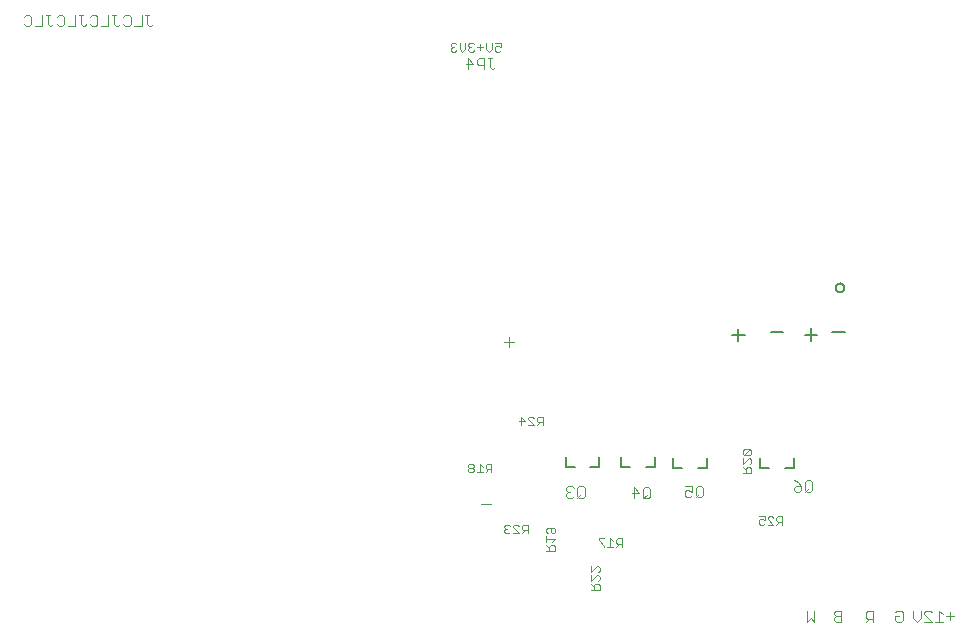
<source format=gbr>
G04 EAGLE Gerber RS-274X export*
G75*
%MOMM*%
%FSLAX34Y34*%
%LPD*%
%INSilkscreen Bottom*%
%IPPOS*%
%AMOC8*
5,1,8,0,0,1.08239X$1,22.5*%
G01*
%ADD10C,0.076200*%
%ADD11C,0.101600*%
%ADD12C,0.152400*%


D10*
X850519Y11434D02*
X844248Y11434D01*
X847384Y14569D02*
X847384Y8299D01*
X841164Y13002D02*
X838028Y16137D01*
X838028Y6731D01*
X834893Y6731D02*
X841164Y6731D01*
X831809Y6731D02*
X825538Y6731D01*
X831809Y6731D02*
X825538Y13002D01*
X825538Y14569D01*
X827106Y16137D01*
X830241Y16137D01*
X831809Y14569D01*
X822453Y16137D02*
X822453Y9866D01*
X819318Y6731D01*
X816183Y9866D01*
X816183Y16137D01*
X755523Y16137D02*
X755523Y6731D01*
X755523Y16137D02*
X750820Y16137D01*
X749252Y14569D01*
X749252Y13002D01*
X750820Y11434D01*
X749252Y9866D01*
X749252Y8299D01*
X750820Y6731D01*
X755523Y6731D01*
X755523Y11434D02*
X750820Y11434D01*
X801068Y14569D02*
X802636Y16137D01*
X805771Y16137D01*
X807339Y14569D01*
X807339Y8299D01*
X805771Y6731D01*
X802636Y6731D01*
X801068Y8299D01*
X801068Y11434D01*
X804204Y11434D01*
X782193Y15629D02*
X782193Y6223D01*
X782193Y15629D02*
X777490Y15629D01*
X775922Y14061D01*
X775922Y10926D01*
X777490Y9358D01*
X782193Y9358D01*
X779058Y9358D02*
X775922Y6223D01*
D11*
X458724Y106178D02*
X449911Y106178D01*
X469469Y243592D02*
X478282Y243592D01*
X473876Y247998D02*
X473876Y239185D01*
D10*
X732663Y16137D02*
X732663Y6731D01*
X729528Y9866D01*
X726392Y6731D01*
X726392Y16137D01*
D12*
X747343Y251721D02*
X758190Y251721D01*
X735076Y249689D02*
X724229Y249689D01*
X729653Y255112D02*
X729653Y244266D01*
X706374Y251721D02*
X695527Y251721D01*
X673608Y249435D02*
X662761Y249435D01*
X668185Y254858D02*
X668185Y244012D01*
D10*
X466979Y496703D02*
X462064Y496703D01*
X466979Y496703D02*
X466979Y493017D01*
X464522Y494246D01*
X463293Y494246D01*
X462064Y493017D01*
X462064Y490560D01*
X463293Y489331D01*
X465750Y489331D01*
X466979Y490560D01*
X459495Y491788D02*
X459495Y496703D01*
X459495Y491788D02*
X457037Y489331D01*
X454580Y491788D01*
X454580Y496703D01*
X452011Y493017D02*
X447096Y493017D01*
X449553Y490560D02*
X449553Y495475D01*
X444527Y495475D02*
X443298Y496703D01*
X440840Y496703D01*
X439612Y495475D01*
X439612Y494246D01*
X440840Y493017D01*
X442069Y493017D01*
X440840Y493017D02*
X439612Y491788D01*
X439612Y490560D01*
X440840Y489331D01*
X443298Y489331D01*
X444527Y490560D01*
X437042Y491788D02*
X437042Y496703D01*
X437042Y491788D02*
X434585Y489331D01*
X432128Y491788D01*
X432128Y496703D01*
X429558Y495475D02*
X428330Y496703D01*
X425872Y496703D01*
X424643Y495475D01*
X424643Y494246D01*
X425872Y493017D01*
X427101Y493017D01*
X425872Y493017D02*
X424643Y491788D01*
X424643Y490560D01*
X425872Y489331D01*
X428330Y489331D01*
X429558Y490560D01*
D12*
X750788Y289560D02*
X750790Y289679D01*
X750796Y289799D01*
X750806Y289918D01*
X750820Y290036D01*
X750838Y290154D01*
X750859Y290272D01*
X750885Y290388D01*
X750914Y290504D01*
X750948Y290619D01*
X750985Y290732D01*
X751026Y290844D01*
X751070Y290955D01*
X751118Y291065D01*
X751170Y291172D01*
X751225Y291278D01*
X751284Y291382D01*
X751347Y291484D01*
X751412Y291583D01*
X751481Y291681D01*
X751553Y291776D01*
X751628Y291869D01*
X751707Y291959D01*
X751788Y292047D01*
X751872Y292131D01*
X751959Y292213D01*
X752048Y292292D01*
X752140Y292368D01*
X752235Y292441D01*
X752332Y292511D01*
X752431Y292577D01*
X752533Y292640D01*
X752636Y292700D01*
X752741Y292756D01*
X752848Y292809D01*
X752957Y292858D01*
X753068Y292904D01*
X753180Y292945D01*
X753293Y292983D01*
X753407Y293018D01*
X753523Y293048D01*
X753639Y293075D01*
X753756Y293097D01*
X753874Y293116D01*
X753993Y293131D01*
X754112Y293142D01*
X754231Y293149D01*
X754350Y293152D01*
X754470Y293151D01*
X754589Y293146D01*
X754708Y293137D01*
X754827Y293124D01*
X754945Y293107D01*
X755062Y293087D01*
X755179Y293062D01*
X755295Y293033D01*
X755410Y293001D01*
X755524Y292965D01*
X755637Y292925D01*
X755748Y292881D01*
X755857Y292834D01*
X755965Y292783D01*
X756072Y292729D01*
X756176Y292671D01*
X756278Y292609D01*
X756379Y292545D01*
X756477Y292476D01*
X756573Y292405D01*
X756666Y292331D01*
X756757Y292253D01*
X756845Y292173D01*
X756930Y292089D01*
X757013Y292003D01*
X757093Y291914D01*
X757170Y291823D01*
X757243Y291729D01*
X757314Y291632D01*
X757381Y291534D01*
X757445Y291433D01*
X757506Y291330D01*
X757563Y291225D01*
X757616Y291119D01*
X757666Y291010D01*
X757713Y290900D01*
X757755Y290789D01*
X757794Y290676D01*
X757830Y290562D01*
X757861Y290446D01*
X757888Y290330D01*
X757912Y290213D01*
X757932Y290095D01*
X757948Y289977D01*
X757960Y289858D01*
X757968Y289739D01*
X757972Y289620D01*
X757972Y289500D01*
X757968Y289381D01*
X757960Y289262D01*
X757948Y289143D01*
X757932Y289025D01*
X757912Y288907D01*
X757888Y288790D01*
X757861Y288674D01*
X757830Y288558D01*
X757794Y288444D01*
X757755Y288331D01*
X757713Y288220D01*
X757666Y288110D01*
X757616Y288001D01*
X757563Y287895D01*
X757506Y287790D01*
X757445Y287687D01*
X757381Y287586D01*
X757314Y287488D01*
X757243Y287391D01*
X757170Y287297D01*
X757093Y287206D01*
X757013Y287117D01*
X756930Y287031D01*
X756845Y286947D01*
X756757Y286867D01*
X756666Y286789D01*
X756573Y286715D01*
X756477Y286644D01*
X756379Y286575D01*
X756278Y286511D01*
X756176Y286449D01*
X756072Y286391D01*
X755965Y286337D01*
X755857Y286286D01*
X755748Y286239D01*
X755637Y286195D01*
X755524Y286155D01*
X755410Y286119D01*
X755295Y286087D01*
X755179Y286058D01*
X755062Y286033D01*
X754945Y286013D01*
X754827Y285996D01*
X754708Y285983D01*
X754589Y285974D01*
X754470Y285969D01*
X754350Y285968D01*
X754231Y285971D01*
X754112Y285978D01*
X753993Y285989D01*
X753874Y286004D01*
X753756Y286023D01*
X753639Y286045D01*
X753523Y286072D01*
X753407Y286102D01*
X753293Y286137D01*
X753180Y286175D01*
X753068Y286216D01*
X752957Y286262D01*
X752848Y286311D01*
X752741Y286364D01*
X752636Y286420D01*
X752533Y286480D01*
X752431Y286543D01*
X752332Y286609D01*
X752235Y286679D01*
X752140Y286752D01*
X752048Y286828D01*
X751959Y286907D01*
X751872Y286989D01*
X751788Y287073D01*
X751707Y287161D01*
X751628Y287251D01*
X751553Y287344D01*
X751481Y287439D01*
X751412Y287537D01*
X751347Y287636D01*
X751284Y287738D01*
X751225Y287842D01*
X751170Y287948D01*
X751118Y288055D01*
X751070Y288165D01*
X751026Y288276D01*
X750985Y288388D01*
X750948Y288501D01*
X750914Y288616D01*
X750885Y288732D01*
X750859Y288848D01*
X750838Y288966D01*
X750820Y289084D01*
X750806Y289202D01*
X750796Y289321D01*
X750790Y289441D01*
X750788Y289560D01*
D10*
X172339Y512489D02*
X170771Y510921D01*
X169204Y510921D01*
X167636Y512489D01*
X167636Y520327D01*
X169204Y520327D02*
X166068Y520327D01*
X162984Y520327D02*
X162984Y510921D01*
X156713Y510921D01*
X147358Y518759D02*
X148926Y520327D01*
X152061Y520327D01*
X153629Y518759D01*
X153629Y512489D01*
X152061Y510921D01*
X148926Y510921D01*
X147358Y512489D01*
X144273Y512489D02*
X142706Y510921D01*
X141138Y510921D01*
X139570Y512489D01*
X139570Y520327D01*
X138003Y520327D02*
X141138Y520327D01*
X134918Y520327D02*
X134918Y510921D01*
X128648Y510921D01*
X119292Y518759D02*
X120860Y520327D01*
X123995Y520327D01*
X125563Y518759D01*
X125563Y512489D01*
X123995Y510921D01*
X120860Y510921D01*
X119292Y512489D01*
X116208Y512489D02*
X114640Y510921D01*
X113073Y510921D01*
X111505Y512489D01*
X111505Y520327D01*
X113073Y520327D02*
X109937Y520327D01*
X106853Y520327D02*
X106853Y510921D01*
X100582Y510921D01*
X91227Y518759D02*
X92795Y520327D01*
X95930Y520327D01*
X97498Y518759D01*
X97498Y512489D01*
X95930Y510921D01*
X92795Y510921D01*
X91227Y512489D01*
X88142Y512489D02*
X86575Y510921D01*
X85007Y510921D01*
X83439Y512489D01*
X83439Y520327D01*
X81872Y520327D02*
X85007Y520327D01*
X78787Y520327D02*
X78787Y510921D01*
X72516Y510921D01*
X63161Y518759D02*
X64729Y520327D01*
X67864Y520327D01*
X69432Y518759D01*
X69432Y512489D01*
X67864Y510921D01*
X64729Y510921D01*
X63161Y512489D01*
D12*
X521970Y146380D02*
X521970Y137922D01*
X529618Y137922D01*
X550418Y137922D02*
X550418Y146380D01*
X550418Y137922D02*
X542520Y137922D01*
D10*
X538267Y119725D02*
X538267Y113455D01*
X538267Y119725D02*
X536700Y121293D01*
X533564Y121293D01*
X531997Y119725D01*
X531997Y113455D01*
X533564Y111887D01*
X536700Y111887D01*
X538267Y113455D01*
X535132Y115022D02*
X531997Y111887D01*
X528912Y119725D02*
X527345Y121293D01*
X524209Y121293D01*
X522642Y119725D01*
X522642Y118158D01*
X524209Y116590D01*
X525777Y116590D01*
X524209Y116590D02*
X522642Y115022D01*
X522642Y113455D01*
X524209Y111887D01*
X527345Y111887D01*
X528912Y113455D01*
D12*
X569214Y137668D02*
X569214Y146126D01*
X569214Y137668D02*
X576862Y137668D01*
X597662Y137668D02*
X597662Y146126D01*
X597662Y137668D02*
X589764Y137668D01*
D10*
X593639Y118963D02*
X593639Y112693D01*
X593639Y118963D02*
X592072Y120531D01*
X588936Y120531D01*
X587369Y118963D01*
X587369Y112693D01*
X588936Y111125D01*
X592072Y111125D01*
X593639Y112693D01*
X590504Y114260D02*
X587369Y111125D01*
X579581Y111125D02*
X579581Y120531D01*
X584284Y115828D01*
X578014Y115828D01*
D12*
X613156Y136906D02*
X613156Y145364D01*
X613156Y136906D02*
X620804Y136906D01*
X641604Y136906D02*
X641604Y145364D01*
X641604Y136906D02*
X633706Y136906D01*
D10*
X638343Y119979D02*
X638343Y113709D01*
X638343Y119979D02*
X636776Y121547D01*
X633640Y121547D01*
X632073Y119979D01*
X632073Y113709D01*
X633640Y112141D01*
X636776Y112141D01*
X638343Y113709D01*
X635208Y115276D02*
X632073Y112141D01*
X628988Y121547D02*
X622718Y121547D01*
X628988Y121547D02*
X628988Y116844D01*
X625853Y118412D01*
X624285Y118412D01*
X622718Y116844D01*
X622718Y113709D01*
X624285Y112141D01*
X627421Y112141D01*
X628988Y113709D01*
X569695Y77349D02*
X569695Y69977D01*
X569695Y77349D02*
X566009Y77349D01*
X564781Y76121D01*
X564781Y73663D01*
X566009Y72434D01*
X569695Y72434D01*
X567238Y72434D02*
X564781Y69977D01*
X562211Y74892D02*
X559754Y77349D01*
X559754Y69977D01*
X562211Y69977D02*
X557296Y69977D01*
X554727Y77349D02*
X549812Y77349D01*
X549812Y76121D01*
X554727Y71206D01*
X554727Y69977D01*
X459105Y133223D02*
X459105Y140595D01*
X455419Y140595D01*
X454190Y139367D01*
X454190Y136909D01*
X455419Y135680D01*
X459105Y135680D01*
X456648Y135680D02*
X454190Y133223D01*
X451621Y138138D02*
X449163Y140595D01*
X449163Y133223D01*
X446706Y133223D02*
X451621Y133223D01*
X444137Y139367D02*
X442908Y140595D01*
X440451Y140595D01*
X439222Y139367D01*
X439222Y138138D01*
X440451Y136909D01*
X439222Y135680D01*
X439222Y134452D01*
X440451Y133223D01*
X442908Y133223D01*
X444137Y134452D01*
X444137Y135680D01*
X442908Y136909D01*
X444137Y138138D01*
X444137Y139367D01*
X442908Y136909D02*
X440451Y136909D01*
X505587Y66575D02*
X512959Y66575D01*
X512959Y70261D01*
X511731Y71489D01*
X509273Y71489D01*
X508044Y70261D01*
X508044Y66575D01*
X508044Y69032D02*
X505587Y71489D01*
X510502Y74059D02*
X512959Y76516D01*
X505587Y76516D01*
X505587Y74059D02*
X505587Y78974D01*
X506816Y81543D02*
X505587Y82772D01*
X505587Y85229D01*
X506816Y86458D01*
X511731Y86458D01*
X512959Y85229D01*
X512959Y82772D01*
X511731Y81543D01*
X510502Y81543D01*
X509273Y82772D01*
X509273Y86458D01*
X671957Y132715D02*
X679329Y132715D01*
X679329Y136401D01*
X678101Y137630D01*
X675643Y137630D01*
X674414Y136401D01*
X674414Y132715D01*
X674414Y135172D02*
X671957Y137630D01*
X671957Y140199D02*
X671957Y145114D01*
X671957Y140199D02*
X676872Y145114D01*
X678101Y145114D01*
X679329Y143885D01*
X679329Y141428D01*
X678101Y140199D01*
X678101Y147683D02*
X673186Y147683D01*
X678101Y147683D02*
X679329Y148912D01*
X679329Y151369D01*
X678101Y152598D01*
X673186Y152598D01*
X671957Y151369D01*
X671957Y148912D01*
X673186Y147683D01*
X678101Y152598D01*
D12*
X686816Y145110D02*
X686816Y136652D01*
X694464Y136652D01*
X715264Y136652D02*
X715264Y145110D01*
X715264Y136652D02*
X707366Y136652D01*
D10*
X730799Y124805D02*
X730799Y118535D01*
X730799Y124805D02*
X729232Y126373D01*
X726096Y126373D01*
X724529Y124805D01*
X724529Y118535D01*
X726096Y116967D01*
X729232Y116967D01*
X730799Y118535D01*
X727664Y120102D02*
X724529Y116967D01*
X718309Y124805D02*
X715174Y126373D01*
X718309Y124805D02*
X721444Y121670D01*
X721444Y118535D01*
X719877Y116967D01*
X716741Y116967D01*
X715174Y118535D01*
X715174Y120102D01*
X716741Y121670D01*
X721444Y121670D01*
D11*
X460755Y474726D02*
X462280Y476251D01*
X460755Y474726D02*
X459229Y474726D01*
X457704Y476251D01*
X457704Y483878D01*
X459229Y483878D02*
X456179Y483878D01*
X452925Y483878D02*
X452925Y474726D01*
X452925Y483878D02*
X448349Y483878D01*
X446824Y482353D01*
X446824Y479302D01*
X448349Y477777D01*
X452925Y477777D01*
X438994Y474726D02*
X438994Y483878D01*
X443570Y479302D01*
X437468Y479302D01*
D10*
X543433Y33809D02*
X550805Y33809D01*
X550805Y37495D01*
X549577Y38723D01*
X547119Y38723D01*
X545890Y37495D01*
X545890Y33809D01*
X545890Y36266D02*
X543433Y38723D01*
X543433Y41293D02*
X543433Y46208D01*
X543433Y41293D02*
X548348Y46208D01*
X549577Y46208D01*
X550805Y44979D01*
X550805Y42521D01*
X549577Y41293D01*
X543433Y48777D02*
X543433Y53692D01*
X543433Y48777D02*
X548348Y53692D01*
X549577Y53692D01*
X550805Y52463D01*
X550805Y50006D01*
X549577Y48777D01*
X489839Y81661D02*
X489839Y89033D01*
X486153Y89033D01*
X484924Y87805D01*
X484924Y85347D01*
X486153Y84118D01*
X489839Y84118D01*
X487382Y84118D02*
X484924Y81661D01*
X482355Y81661D02*
X477440Y81661D01*
X482355Y81661D02*
X477440Y86576D01*
X477440Y87805D01*
X478669Y89033D01*
X481126Y89033D01*
X482355Y87805D01*
X474871Y87805D02*
X473642Y89033D01*
X471185Y89033D01*
X469956Y87805D01*
X469956Y86576D01*
X471185Y85347D01*
X472413Y85347D01*
X471185Y85347D02*
X469956Y84118D01*
X469956Y82890D01*
X471185Y81661D01*
X473642Y81661D01*
X474871Y82890D01*
X502539Y173101D02*
X502539Y180473D01*
X498853Y180473D01*
X497624Y179245D01*
X497624Y176787D01*
X498853Y175558D01*
X502539Y175558D01*
X500082Y175558D02*
X497624Y173101D01*
X495055Y173101D02*
X490140Y173101D01*
X495055Y173101D02*
X490140Y178016D01*
X490140Y179245D01*
X491369Y180473D01*
X493826Y180473D01*
X495055Y179245D01*
X483885Y180473D02*
X483885Y173101D01*
X487571Y176787D02*
X483885Y180473D01*
X482656Y176787D02*
X487571Y176787D01*
X705331Y96145D02*
X705331Y88773D01*
X705331Y96145D02*
X701645Y96145D01*
X700417Y94917D01*
X700417Y92459D01*
X701645Y91230D01*
X705331Y91230D01*
X702874Y91230D02*
X700417Y88773D01*
X697847Y88773D02*
X692932Y88773D01*
X697847Y88773D02*
X692932Y93688D01*
X692932Y94917D01*
X694161Y96145D01*
X696619Y96145D01*
X697847Y94917D01*
X690363Y96145D02*
X685448Y96145D01*
X690363Y96145D02*
X690363Y92459D01*
X687906Y93688D01*
X686677Y93688D01*
X685448Y92459D01*
X685448Y90002D01*
X686677Y88773D01*
X689134Y88773D01*
X690363Y90002D01*
M02*

</source>
